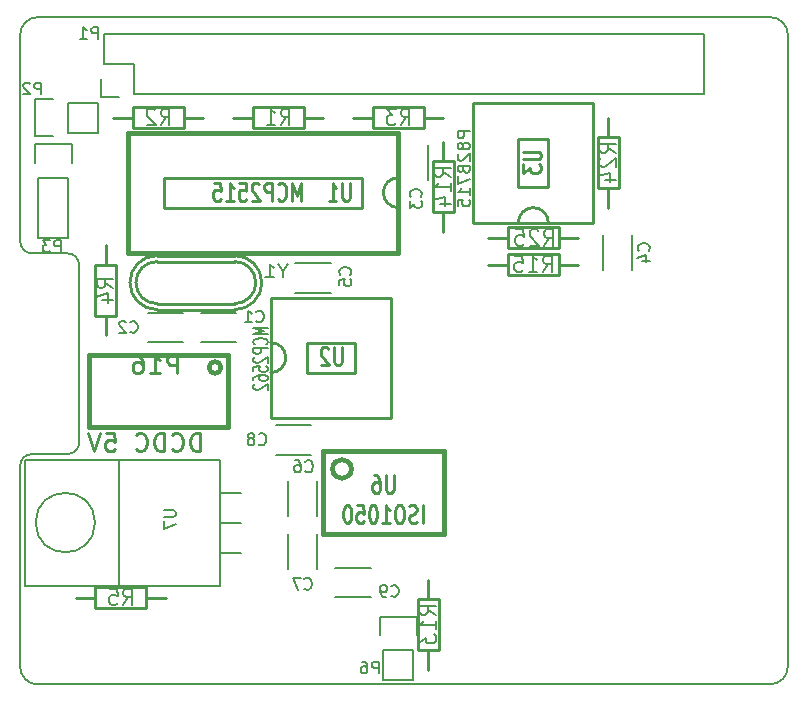
<source format=gbo>
%TF.GenerationSoftware,KiCad,Pcbnew,5.1.10-88a1d61d58~88~ubuntu20.04.1*%
%TF.CreationDate,2021-05-27T11:01:54+02:00*%
%TF.ProjectId,RPi-MCP2515,5250692d-4d43-4503-9235-31352e6b6963,rev?*%
%TF.SameCoordinates,Original*%
%TF.FileFunction,Legend,Bot*%
%TF.FilePolarity,Positive*%
%FSLAX46Y46*%
G04 Gerber Fmt 4.6, Leading zero omitted, Abs format (unit mm)*
G04 Created by KiCad (PCBNEW 5.1.10-88a1d61d58~88~ubuntu20.04.1) date 2021-05-27 11:01:54*
%MOMM*%
%LPD*%
G01*
G04 APERTURE LIST*
%TA.AperFunction,Profile*%
%ADD10C,0.150000*%
%TD*%
%ADD11C,0.150000*%
%ADD12C,0.254000*%
%ADD13C,0.381000*%
%ADD14C,0.285750*%
%ADD15C,0.287020*%
%ADD16C,0.200000*%
%ADD17C,0.203200*%
%ADD18C,0.152400*%
%ADD19C,0.284480*%
G04 APERTURE END LIST*
D10*
X129500000Y-71500000D02*
X191500000Y-71500000D01*
X128000000Y-90500000D02*
X128000000Y-73000000D01*
X128000000Y-90500000D02*
G75*
G03*
X129000000Y-91500000I1000000J0D01*
G01*
X129000000Y-91500000D02*
X132000000Y-91500000D01*
X133000000Y-92500000D02*
G75*
G03*
X132000000Y-91500000I-1000000J0D01*
G01*
X133000000Y-107500000D02*
X133000000Y-92500000D01*
X128000000Y-126500000D02*
X128000000Y-109500000D01*
X129000000Y-108500000D02*
X132000000Y-108500000D01*
X132000000Y-108500000D02*
G75*
G03*
X133000000Y-107500000I0J1000000D01*
G01*
X129000000Y-108500000D02*
G75*
G03*
X128000000Y-109500000I0J-1000000D01*
G01*
X191500000Y-128000000D02*
X129500000Y-128000000D01*
X193000000Y-73000000D02*
X193000000Y-126500000D01*
X129500000Y-71500000D02*
G75*
G03*
X128000000Y-73000000I0J-1500000D01*
G01*
X128000000Y-126500000D02*
G75*
G03*
X129500000Y-128000000I1500000J0D01*
G01*
X191500000Y-128000000D02*
G75*
G03*
X193000000Y-126500000I0J1500000D01*
G01*
X193000000Y-73000000D02*
G75*
G03*
X191500000Y-71500000I-1500000J0D01*
G01*
D11*
%TO.C,P1*%
X185902600Y-72948800D02*
X135102600Y-72948800D01*
X137642600Y-78028800D02*
X185902600Y-78028800D01*
X185902600Y-72948800D02*
X185902600Y-78028800D01*
X135102600Y-72948800D02*
X135102600Y-75488800D01*
X136372600Y-78308800D02*
X134822600Y-78308800D01*
X135102600Y-75488800D02*
X137642600Y-75488800D01*
X137642600Y-75488800D02*
X137642600Y-78028800D01*
X134822600Y-78308800D02*
X134822600Y-76758800D01*
D12*
%TO.C,U2*%
X156337000Y-99060000D02*
X152273000Y-99060000D01*
X152273000Y-101600000D02*
X156337000Y-101600000D01*
X159385000Y-95250000D02*
X149225000Y-95250000D01*
X159385000Y-105410000D02*
X149225000Y-105410000D01*
X152273000Y-101600000D02*
X152273000Y-99060000D01*
X156337000Y-99060000D02*
X156337000Y-101600000D01*
X159385000Y-105410000D02*
X159385000Y-95250000D01*
X149225000Y-95250000D02*
X149225000Y-105410000D01*
X150495000Y-100330000D02*
G75*
G02*
X149225000Y-101600000I-1270000J0D01*
G01*
X149225000Y-99060000D02*
G75*
G02*
X150495000Y-100330000I0J-1270000D01*
G01*
D11*
%TO.C,C3*%
X160040000Y-82300000D02*
X160040000Y-85300000D01*
X162540000Y-85300000D02*
X162540000Y-82300000D01*
D12*
%TO.C,R1*%
X152019000Y-80010000D02*
X153670000Y-80010000D01*
X147701000Y-80010000D02*
X146050000Y-80010000D01*
X147701000Y-80899000D02*
X147701000Y-79121000D01*
X147701000Y-79121000D02*
X152019000Y-79121000D01*
X152019000Y-79121000D02*
X152019000Y-80899000D01*
X152019000Y-80899000D02*
X147701000Y-80899000D01*
D11*
%TO.C,C1*%
X146300000Y-96540000D02*
X143300000Y-96540000D01*
X143300000Y-99040000D02*
X146300000Y-99040000D01*
%TO.C,C2*%
X138815000Y-99040000D02*
X141815000Y-99040000D01*
X141815000Y-96540000D02*
X138815000Y-96540000D01*
%TO.C,C4*%
X177312000Y-89920000D02*
X177312000Y-92920000D01*
X179812000Y-92920000D02*
X179812000Y-89920000D01*
D12*
%TO.C,R3*%
X157861000Y-80010000D02*
X156210000Y-80010000D01*
X162179000Y-80010000D02*
X163830000Y-80010000D01*
X162179000Y-79121000D02*
X162179000Y-80899000D01*
X162179000Y-80899000D02*
X157861000Y-80899000D01*
X157861000Y-80899000D02*
X157861000Y-79121000D01*
X157861000Y-79121000D02*
X162179000Y-79121000D01*
%TO.C,R4*%
X135255000Y-96774000D02*
X135255000Y-98425000D01*
X135255000Y-92456000D02*
X135255000Y-90805000D01*
X134366000Y-92456000D02*
X136144000Y-92456000D01*
X136144000Y-92456000D02*
X136144000Y-96774000D01*
X136144000Y-96774000D02*
X134366000Y-96774000D01*
X134366000Y-96774000D02*
X134366000Y-92456000D01*
D11*
%TO.C,C5*%
X154301000Y-92323600D02*
X151301000Y-92323600D01*
X151301000Y-94823600D02*
X154301000Y-94823600D01*
D12*
%TO.C,R2*%
X141859000Y-80010000D02*
X143510000Y-80010000D01*
X137541000Y-80010000D02*
X135890000Y-80010000D01*
X137541000Y-80899000D02*
X137541000Y-79121000D01*
X137541000Y-79121000D02*
X141859000Y-79121000D01*
X141859000Y-79121000D02*
X141859000Y-80899000D01*
X141859000Y-80899000D02*
X137541000Y-80899000D01*
D11*
%TO.C,C6*%
X150642000Y-110748000D02*
X150642000Y-113748000D01*
X153142000Y-113748000D02*
X153142000Y-110748000D01*
%TO.C,C7*%
X153142000Y-118233000D02*
X153142000Y-115233000D01*
X150642000Y-115233000D02*
X150642000Y-118233000D01*
%TO.C,P6*%
X158750000Y-125095000D02*
X158750000Y-127635000D01*
X158470000Y-122275000D02*
X158470000Y-123825000D01*
X158750000Y-125095000D02*
X161290000Y-125095000D01*
X161570000Y-123825000D02*
X161570000Y-122275000D01*
X161570000Y-122275000D02*
X158470000Y-122275000D01*
X161290000Y-125095000D02*
X161290000Y-127635000D01*
X161290000Y-127635000D02*
X158750000Y-127635000D01*
D12*
%TO.C,R5*%
X138684000Y-120650000D02*
X140335000Y-120650000D01*
X134366000Y-120650000D02*
X132715000Y-120650000D01*
X134366000Y-121539000D02*
X134366000Y-119761000D01*
X134366000Y-119761000D02*
X138684000Y-119761000D01*
X138684000Y-119761000D02*
X138684000Y-121539000D01*
X138684000Y-121539000D02*
X134366000Y-121539000D01*
D11*
%TO.C,U7*%
X134340472Y-114300000D02*
G75*
G03*
X134340472Y-114300000I-2514472J0D01*
G01*
X144907000Y-111760000D02*
X146685000Y-111760000D01*
X144907000Y-114300000D02*
X146685000Y-114300000D01*
X144907000Y-116840000D02*
X146685000Y-116840000D01*
X136398000Y-119634000D02*
X128397000Y-119634000D01*
X128397000Y-119634000D02*
X128397000Y-108966000D01*
X128397000Y-108966000D02*
X136398000Y-108966000D01*
X144907000Y-119634000D02*
X136398000Y-119634000D01*
X136398000Y-119634000D02*
X136398000Y-108966000D01*
X136398000Y-108966000D02*
X144907000Y-108966000D01*
X144907000Y-114300000D02*
X144907000Y-108966000D01*
X144907000Y-114300000D02*
X144907000Y-119634000D01*
D13*
%TO.C,U6*%
X156050000Y-109760000D02*
G75*
G03*
X156050000Y-109760000I-800000J0D01*
G01*
X153650000Y-115260000D02*
X153650000Y-108260000D01*
X153650000Y-108260000D02*
X163850000Y-108260000D01*
X163850000Y-108260000D02*
X163850000Y-115260000D01*
X163850000Y-115260000D02*
X153650000Y-115260000D01*
D12*
%TO.C,Y1*%
X146177000Y-95758000D02*
X139573000Y-95758000D01*
X139573000Y-92202000D02*
X146177000Y-92202000D01*
X139573000Y-96266000D02*
X146177000Y-96266000D01*
X146177000Y-91694000D02*
X139573000Y-91694000D01*
X137287000Y-93980000D02*
G75*
G02*
X139573000Y-91694000I2286000J0D01*
G01*
X139573000Y-95758000D02*
G75*
G02*
X137795000Y-93980000I0J1778000D01*
G01*
X137795000Y-93980000D02*
G75*
G02*
X139573000Y-92202000I1778000J0D01*
G01*
X147955000Y-93980000D02*
G75*
G02*
X146177000Y-95758000I-1778000J0D01*
G01*
X146177000Y-92202000D02*
G75*
G02*
X147955000Y-93980000I0J-1778000D01*
G01*
X139573000Y-96266000D02*
G75*
G02*
X137287000Y-93980000I0J2286000D01*
G01*
X148463000Y-93980000D02*
G75*
G02*
X146177000Y-96266000I-2286000J0D01*
G01*
X146177000Y-91694000D02*
G75*
G02*
X148463000Y-93980000I0J-2286000D01*
G01*
%TO.C,U1*%
X140208000Y-87630000D02*
X156972000Y-87630000D01*
X156972000Y-85090000D02*
X140208000Y-85090000D01*
D13*
X137160000Y-91440000D02*
X160020000Y-91440000D01*
X160020000Y-81280000D02*
X137160000Y-81280000D01*
D12*
X156972000Y-85090000D02*
X156972000Y-87630000D01*
X140208000Y-87630000D02*
X140208000Y-85090000D01*
D13*
X137160000Y-81280000D02*
X137160000Y-91440000D01*
X160020000Y-91440000D02*
X160020000Y-81280000D01*
D12*
X158750000Y-86360000D02*
G75*
G02*
X160020000Y-85090000I1270000J0D01*
G01*
X160020000Y-87630000D02*
G75*
G02*
X158750000Y-86360000I0J1270000D01*
G01*
%TO.C,R13*%
X162560000Y-120777000D02*
X162560000Y-119126000D01*
X162560000Y-125095000D02*
X162560000Y-126746000D01*
X163449000Y-125095000D02*
X161671000Y-125095000D01*
X161671000Y-125095000D02*
X161671000Y-120777000D01*
X161671000Y-120777000D02*
X163449000Y-120777000D01*
X163449000Y-120777000D02*
X163449000Y-125095000D01*
%TO.C,R14*%
X163830000Y-88011000D02*
X163830000Y-89662000D01*
X163830000Y-83693000D02*
X163830000Y-82042000D01*
X162941000Y-83693000D02*
X164719000Y-83693000D01*
X164719000Y-83693000D02*
X164719000Y-88011000D01*
X164719000Y-88011000D02*
X162941000Y-88011000D01*
X162941000Y-88011000D02*
X162941000Y-83693000D01*
%TO.C,R15*%
X169291000Y-92456000D02*
X167640000Y-92456000D01*
X173609000Y-92456000D02*
X175260000Y-92456000D01*
X173609000Y-91567000D02*
X173609000Y-93345000D01*
X173609000Y-93345000D02*
X169291000Y-93345000D01*
X169291000Y-93345000D02*
X169291000Y-91567000D01*
X169291000Y-91567000D02*
X173609000Y-91567000D01*
%TO.C,R24*%
X177800000Y-81661000D02*
X177800000Y-80010000D01*
X177800000Y-85979000D02*
X177800000Y-87630000D01*
X178689000Y-85979000D02*
X176911000Y-85979000D01*
X176911000Y-85979000D02*
X176911000Y-81661000D01*
X176911000Y-81661000D02*
X178689000Y-81661000D01*
X178689000Y-81661000D02*
X178689000Y-85979000D01*
%TO.C,R25*%
X169291000Y-90170000D02*
X167640000Y-90170000D01*
X173609000Y-90170000D02*
X175260000Y-90170000D01*
X173609000Y-89281000D02*
X173609000Y-91059000D01*
X173609000Y-91059000D02*
X169291000Y-91059000D01*
X169291000Y-91059000D02*
X169291000Y-89281000D01*
X169291000Y-89281000D02*
X173609000Y-89281000D01*
D11*
%TO.C,P2*%
X132080000Y-81280000D02*
X134620000Y-81280000D01*
X129260000Y-81560000D02*
X130810000Y-81560000D01*
X132080000Y-81280000D02*
X132080000Y-78740000D01*
X130810000Y-78460000D02*
X129260000Y-78460000D01*
X129260000Y-78460000D02*
X129260000Y-81560000D01*
X132080000Y-78740000D02*
X134620000Y-78740000D01*
X134620000Y-78740000D02*
X134620000Y-81280000D01*
%TO.C,C8*%
X152650000Y-106065000D02*
X149650000Y-106065000D01*
X149650000Y-108565000D02*
X152650000Y-108565000D01*
%TO.C,C9*%
X154690000Y-120630000D02*
X157690000Y-120630000D01*
X157690000Y-118130000D02*
X154690000Y-118130000D01*
D13*
%TO.C,P16*%
X133799580Y-106174540D02*
X145600420Y-106174540D01*
X145600420Y-100076000D02*
X133799580Y-100076000D01*
X133799580Y-106174540D02*
X133799580Y-100076000D01*
X145600420Y-100076000D02*
X145600420Y-106174540D01*
X144999456Y-101178360D02*
G75*
G03*
X144999456Y-101178360I-498856J0D01*
G01*
D11*
%TO.C,P3*%
X132080000Y-85090000D02*
X132080000Y-90170000D01*
X132080000Y-90170000D02*
X129540000Y-90170000D01*
X129540000Y-90170000D02*
X129540000Y-85090000D01*
X129260000Y-82270000D02*
X129260000Y-83820000D01*
X129540000Y-85090000D02*
X132080000Y-85090000D01*
X132360000Y-83820000D02*
X132360000Y-82270000D01*
X132360000Y-82270000D02*
X129260000Y-82270000D01*
D12*
%TO.C,U3*%
X170180000Y-81788000D02*
X170180000Y-85852000D01*
X172720000Y-85852000D02*
X172720000Y-81788000D01*
X166370000Y-78740000D02*
X166370000Y-88900000D01*
X176530000Y-78740000D02*
X176530000Y-88900000D01*
X172720000Y-85852000D02*
X170180000Y-85852000D01*
X170180000Y-81788000D02*
X172720000Y-81788000D01*
X176530000Y-78740000D02*
X166370000Y-78740000D01*
X166370000Y-88900000D02*
X176530000Y-88900000D01*
X171450000Y-87630000D02*
G75*
G02*
X172720000Y-88900000I0J-1270000D01*
G01*
X170180000Y-88900000D02*
G75*
G02*
X171450000Y-87630000I1270000J0D01*
G01*
%TD*%
%TO.C,P1*%
D11*
X134596095Y-73350380D02*
X134596095Y-72350380D01*
X134215142Y-72350380D01*
X134119904Y-72398000D01*
X134072285Y-72445619D01*
X134024666Y-72540857D01*
X134024666Y-72683714D01*
X134072285Y-72778952D01*
X134119904Y-72826571D01*
X134215142Y-72874190D01*
X134596095Y-72874190D01*
X133072285Y-73350380D02*
X133643714Y-73350380D01*
X133358000Y-73350380D02*
X133358000Y-72350380D01*
X133453238Y-72493238D01*
X133548476Y-72588476D01*
X133643714Y-72636095D01*
%TO.C,U2*%
D14*
X155239357Y-99431928D02*
X155239357Y-100665642D01*
X155184928Y-100810785D01*
X155130500Y-100883357D01*
X155021642Y-100955928D01*
X154803928Y-100955928D01*
X154695071Y-100883357D01*
X154640642Y-100810785D01*
X154586214Y-100665642D01*
X154586214Y-99431928D01*
X154096357Y-99577071D02*
X154041928Y-99504500D01*
X153933071Y-99431928D01*
X153660928Y-99431928D01*
X153552071Y-99504500D01*
X153497642Y-99577071D01*
X153443214Y-99722214D01*
X153443214Y-99867357D01*
X153497642Y-100085071D01*
X154150785Y-100955928D01*
X153443214Y-100955928D01*
D15*
D16*
X148955057Y-97828423D02*
X147755057Y-97828423D01*
X148612200Y-98095090D01*
X147755057Y-98361757D01*
X148955057Y-98361757D01*
X148840771Y-99199852D02*
X148897914Y-99161757D01*
X148955057Y-99047471D01*
X148955057Y-98971280D01*
X148897914Y-98856995D01*
X148783628Y-98780804D01*
X148669342Y-98742709D01*
X148440771Y-98704614D01*
X148269342Y-98704614D01*
X148040771Y-98742709D01*
X147926485Y-98780804D01*
X147812200Y-98856995D01*
X147755057Y-98971280D01*
X147755057Y-99047471D01*
X147812200Y-99161757D01*
X147869342Y-99199852D01*
X148955057Y-99542709D02*
X147755057Y-99542709D01*
X147755057Y-99847471D01*
X147812200Y-99923661D01*
X147869342Y-99961757D01*
X147983628Y-99999852D01*
X148155057Y-99999852D01*
X148269342Y-99961757D01*
X148326485Y-99923661D01*
X148383628Y-99847471D01*
X148383628Y-99542709D01*
X147869342Y-100304614D02*
X147812200Y-100342709D01*
X147755057Y-100418900D01*
X147755057Y-100609376D01*
X147812200Y-100685566D01*
X147869342Y-100723661D01*
X147983628Y-100761757D01*
X148097914Y-100761757D01*
X148269342Y-100723661D01*
X148955057Y-100266519D01*
X148955057Y-100761757D01*
X147755057Y-101485566D02*
X147755057Y-101104614D01*
X148326485Y-101066519D01*
X148269342Y-101104614D01*
X148212200Y-101180804D01*
X148212200Y-101371280D01*
X148269342Y-101447471D01*
X148326485Y-101485566D01*
X148440771Y-101523661D01*
X148726485Y-101523661D01*
X148840771Y-101485566D01*
X148897914Y-101447471D01*
X148955057Y-101371280D01*
X148955057Y-101180804D01*
X148897914Y-101104614D01*
X148840771Y-101066519D01*
X147755057Y-102209376D02*
X147755057Y-102056995D01*
X147812200Y-101980804D01*
X147869342Y-101942709D01*
X148040771Y-101866519D01*
X148269342Y-101828423D01*
X148726485Y-101828423D01*
X148840771Y-101866519D01*
X148897914Y-101904614D01*
X148955057Y-101980804D01*
X148955057Y-102133185D01*
X148897914Y-102209376D01*
X148840771Y-102247471D01*
X148726485Y-102285566D01*
X148440771Y-102285566D01*
X148326485Y-102247471D01*
X148269342Y-102209376D01*
X148212200Y-102133185D01*
X148212200Y-101980804D01*
X148269342Y-101904614D01*
X148326485Y-101866519D01*
X148440771Y-101828423D01*
X147869342Y-102590328D02*
X147812200Y-102628423D01*
X147755057Y-102704614D01*
X147755057Y-102895090D01*
X147812200Y-102971280D01*
X147869342Y-103009376D01*
X147983628Y-103047471D01*
X148097914Y-103047471D01*
X148269342Y-103009376D01*
X148955057Y-102552233D01*
X148955057Y-103047471D01*
%TO.C,C3*%
D11*
X161901142Y-86701333D02*
X161948761Y-86653714D01*
X161996380Y-86510857D01*
X161996380Y-86415619D01*
X161948761Y-86272761D01*
X161853523Y-86177523D01*
X161758285Y-86129904D01*
X161567809Y-86082285D01*
X161424952Y-86082285D01*
X161234476Y-86129904D01*
X161139238Y-86177523D01*
X161044000Y-86272761D01*
X160996380Y-86415619D01*
X160996380Y-86510857D01*
X161044000Y-86653714D01*
X161091619Y-86701333D01*
X160996380Y-87034666D02*
X160996380Y-87653714D01*
X161377333Y-87320380D01*
X161377333Y-87463238D01*
X161424952Y-87558476D01*
X161472571Y-87606095D01*
X161567809Y-87653714D01*
X161805904Y-87653714D01*
X161901142Y-87606095D01*
X161948761Y-87558476D01*
X161996380Y-87463238D01*
X161996380Y-87177523D01*
X161948761Y-87082285D01*
X161901142Y-87034666D01*
%TO.C,R1*%
D17*
X150071666Y-80641976D02*
X150495000Y-79976738D01*
X150797380Y-80641976D02*
X150797380Y-79244976D01*
X150313571Y-79244976D01*
X150192619Y-79311500D01*
X150132142Y-79378023D01*
X150071666Y-79511071D01*
X150071666Y-79710642D01*
X150132142Y-79843690D01*
X150192619Y-79910214D01*
X150313571Y-79976738D01*
X150797380Y-79976738D01*
X148862142Y-80641976D02*
X149587857Y-80641976D01*
X149225000Y-80641976D02*
X149225000Y-79244976D01*
X149345952Y-79444547D01*
X149466904Y-79577595D01*
X149587857Y-79644119D01*
%TO.C,C1*%
D11*
X147994666Y-97258142D02*
X148042285Y-97305761D01*
X148185142Y-97353380D01*
X148280380Y-97353380D01*
X148423238Y-97305761D01*
X148518476Y-97210523D01*
X148566095Y-97115285D01*
X148613714Y-96924809D01*
X148613714Y-96781952D01*
X148566095Y-96591476D01*
X148518476Y-96496238D01*
X148423238Y-96401000D01*
X148280380Y-96353380D01*
X148185142Y-96353380D01*
X148042285Y-96401000D01*
X147994666Y-96448619D01*
X147042285Y-97353380D02*
X147613714Y-97353380D01*
X147328000Y-97353380D02*
X147328000Y-96353380D01*
X147423238Y-96496238D01*
X147518476Y-96591476D01*
X147613714Y-96639095D01*
%TO.C,C2*%
X137326666Y-98147142D02*
X137374285Y-98194761D01*
X137517142Y-98242380D01*
X137612380Y-98242380D01*
X137755238Y-98194761D01*
X137850476Y-98099523D01*
X137898095Y-98004285D01*
X137945714Y-97813809D01*
X137945714Y-97670952D01*
X137898095Y-97480476D01*
X137850476Y-97385238D01*
X137755238Y-97290000D01*
X137612380Y-97242380D01*
X137517142Y-97242380D01*
X137374285Y-97290000D01*
X137326666Y-97337619D01*
X136945714Y-97337619D02*
X136898095Y-97290000D01*
X136802857Y-97242380D01*
X136564761Y-97242380D01*
X136469523Y-97290000D01*
X136421904Y-97337619D01*
X136374285Y-97432857D01*
X136374285Y-97528095D01*
X136421904Y-97670952D01*
X136993333Y-98242380D01*
X136374285Y-98242380D01*
%TO.C,C4*%
X181205142Y-91273333D02*
X181252761Y-91225714D01*
X181300380Y-91082857D01*
X181300380Y-90987619D01*
X181252761Y-90844761D01*
X181157523Y-90749523D01*
X181062285Y-90701904D01*
X180871809Y-90654285D01*
X180728952Y-90654285D01*
X180538476Y-90701904D01*
X180443238Y-90749523D01*
X180348000Y-90844761D01*
X180300380Y-90987619D01*
X180300380Y-91082857D01*
X180348000Y-91225714D01*
X180395619Y-91273333D01*
X180633714Y-92130476D02*
X181300380Y-92130476D01*
X180252761Y-91892380D02*
X180967047Y-91654285D01*
X180967047Y-92273333D01*
%TO.C,R3*%
D17*
X160231666Y-80641976D02*
X160655000Y-79976738D01*
X160957380Y-80641976D02*
X160957380Y-79244976D01*
X160473571Y-79244976D01*
X160352619Y-79311500D01*
X160292142Y-79378023D01*
X160231666Y-79511071D01*
X160231666Y-79710642D01*
X160292142Y-79843690D01*
X160352619Y-79910214D01*
X160473571Y-79976738D01*
X160957380Y-79976738D01*
X159808333Y-79244976D02*
X159022142Y-79244976D01*
X159445476Y-79777166D01*
X159264047Y-79777166D01*
X159143095Y-79843690D01*
X159082619Y-79910214D01*
X159022142Y-80043261D01*
X159022142Y-80375880D01*
X159082619Y-80508928D01*
X159143095Y-80575452D01*
X159264047Y-80641976D01*
X159626904Y-80641976D01*
X159747857Y-80575452D01*
X159808333Y-80508928D01*
%TO.C,R4*%
X135886976Y-94403333D02*
X135221738Y-93980000D01*
X135886976Y-93677619D02*
X134489976Y-93677619D01*
X134489976Y-94161428D01*
X134556500Y-94282380D01*
X134623023Y-94342857D01*
X134756071Y-94403333D01*
X134955642Y-94403333D01*
X135088690Y-94342857D01*
X135155214Y-94282380D01*
X135221738Y-94161428D01*
X135221738Y-93677619D01*
X134955642Y-95491904D02*
X135886976Y-95491904D01*
X134423452Y-95189523D02*
X135421309Y-94887142D01*
X135421309Y-95673333D01*
%TO.C,C5*%
D11*
X155932142Y-93305333D02*
X155979761Y-93257714D01*
X156027380Y-93114857D01*
X156027380Y-93019619D01*
X155979761Y-92876761D01*
X155884523Y-92781523D01*
X155789285Y-92733904D01*
X155598809Y-92686285D01*
X155455952Y-92686285D01*
X155265476Y-92733904D01*
X155170238Y-92781523D01*
X155075000Y-92876761D01*
X155027380Y-93019619D01*
X155027380Y-93114857D01*
X155075000Y-93257714D01*
X155122619Y-93305333D01*
X155027380Y-94210095D02*
X155027380Y-93733904D01*
X155503571Y-93686285D01*
X155455952Y-93733904D01*
X155408333Y-93829142D01*
X155408333Y-94067238D01*
X155455952Y-94162476D01*
X155503571Y-94210095D01*
X155598809Y-94257714D01*
X155836904Y-94257714D01*
X155932142Y-94210095D01*
X155979761Y-94162476D01*
X156027380Y-94067238D01*
X156027380Y-93829142D01*
X155979761Y-93733904D01*
X155932142Y-93686285D01*
%TO.C,R2*%
D17*
X139911666Y-80641976D02*
X140335000Y-79976738D01*
X140637380Y-80641976D02*
X140637380Y-79244976D01*
X140153571Y-79244976D01*
X140032619Y-79311500D01*
X139972142Y-79378023D01*
X139911666Y-79511071D01*
X139911666Y-79710642D01*
X139972142Y-79843690D01*
X140032619Y-79910214D01*
X140153571Y-79976738D01*
X140637380Y-79976738D01*
X139427857Y-79378023D02*
X139367380Y-79311500D01*
X139246428Y-79244976D01*
X138944047Y-79244976D01*
X138823095Y-79311500D01*
X138762619Y-79378023D01*
X138702142Y-79511071D01*
X138702142Y-79644119D01*
X138762619Y-79843690D01*
X139488333Y-80641976D01*
X138702142Y-80641976D01*
%TO.C,C6*%
D11*
X152160266Y-109945442D02*
X152207885Y-109993061D01*
X152350742Y-110040680D01*
X152445980Y-110040680D01*
X152588838Y-109993061D01*
X152684076Y-109897823D01*
X152731695Y-109802585D01*
X152779314Y-109612109D01*
X152779314Y-109469252D01*
X152731695Y-109278776D01*
X152684076Y-109183538D01*
X152588838Y-109088300D01*
X152445980Y-109040680D01*
X152350742Y-109040680D01*
X152207885Y-109088300D01*
X152160266Y-109135919D01*
X151303123Y-109040680D02*
X151493600Y-109040680D01*
X151588838Y-109088300D01*
X151636457Y-109135919D01*
X151731695Y-109278776D01*
X151779314Y-109469252D01*
X151779314Y-109850204D01*
X151731695Y-109945442D01*
X151684076Y-109993061D01*
X151588838Y-110040680D01*
X151398361Y-110040680D01*
X151303123Y-109993061D01*
X151255504Y-109945442D01*
X151207885Y-109850204D01*
X151207885Y-109612109D01*
X151255504Y-109516871D01*
X151303123Y-109469252D01*
X151398361Y-109421633D01*
X151588838Y-109421633D01*
X151684076Y-109469252D01*
X151731695Y-109516871D01*
X151779314Y-109612109D01*
%TO.C,C7*%
X152071366Y-119889542D02*
X152118985Y-119937161D01*
X152261842Y-119984780D01*
X152357080Y-119984780D01*
X152499938Y-119937161D01*
X152595176Y-119841923D01*
X152642795Y-119746685D01*
X152690414Y-119556209D01*
X152690414Y-119413352D01*
X152642795Y-119222876D01*
X152595176Y-119127638D01*
X152499938Y-119032400D01*
X152357080Y-118984780D01*
X152261842Y-118984780D01*
X152118985Y-119032400D01*
X152071366Y-119080019D01*
X151738033Y-118984780D02*
X151071366Y-118984780D01*
X151499938Y-119984780D01*
%TO.C,P6*%
X158345095Y-127071380D02*
X158345095Y-126071380D01*
X157964142Y-126071380D01*
X157868904Y-126119000D01*
X157821285Y-126166619D01*
X157773666Y-126261857D01*
X157773666Y-126404714D01*
X157821285Y-126499952D01*
X157868904Y-126547571D01*
X157964142Y-126595190D01*
X158345095Y-126595190D01*
X156916523Y-126071380D02*
X157107000Y-126071380D01*
X157202238Y-126119000D01*
X157249857Y-126166619D01*
X157345095Y-126309476D01*
X157392714Y-126499952D01*
X157392714Y-126880904D01*
X157345095Y-126976142D01*
X157297476Y-127023761D01*
X157202238Y-127071380D01*
X157011761Y-127071380D01*
X156916523Y-127023761D01*
X156868904Y-126976142D01*
X156821285Y-126880904D01*
X156821285Y-126642809D01*
X156868904Y-126547571D01*
X156916523Y-126499952D01*
X157011761Y-126452333D01*
X157202238Y-126452333D01*
X157297476Y-126499952D01*
X157345095Y-126547571D01*
X157392714Y-126642809D01*
%TO.C,R5*%
D17*
X136736666Y-121281976D02*
X137160000Y-120616738D01*
X137462380Y-121281976D02*
X137462380Y-119884976D01*
X136978571Y-119884976D01*
X136857619Y-119951500D01*
X136797142Y-120018023D01*
X136736666Y-120151071D01*
X136736666Y-120350642D01*
X136797142Y-120483690D01*
X136857619Y-120550214D01*
X136978571Y-120616738D01*
X137462380Y-120616738D01*
X135587619Y-119884976D02*
X136192380Y-119884976D01*
X136252857Y-120550214D01*
X136192380Y-120483690D01*
X136071428Y-120417166D01*
X135769047Y-120417166D01*
X135648095Y-120483690D01*
X135587619Y-120550214D01*
X135527142Y-120683261D01*
X135527142Y-121015880D01*
X135587619Y-121148928D01*
X135648095Y-121215452D01*
X135769047Y-121281976D01*
X136071428Y-121281976D01*
X136192380Y-121215452D01*
X136252857Y-121148928D01*
%TO.C,U7*%
D11*
X140166580Y-113257095D02*
X140976104Y-113257095D01*
X141071342Y-113304714D01*
X141118961Y-113352333D01*
X141166580Y-113447571D01*
X141166580Y-113638047D01*
X141118961Y-113733285D01*
X141071342Y-113780904D01*
X140976104Y-113828523D01*
X140166580Y-113828523D01*
X140166580Y-114209476D02*
X140166580Y-114876142D01*
X141166580Y-114447571D01*
%TO.C,U6*%
D14*
X159620857Y-110290428D02*
X159620857Y-111524142D01*
X159566428Y-111669285D01*
X159512000Y-111741857D01*
X159403142Y-111814428D01*
X159185428Y-111814428D01*
X159076571Y-111741857D01*
X159022142Y-111669285D01*
X158967714Y-111524142D01*
X158967714Y-110290428D01*
X157933571Y-110290428D02*
X158151285Y-110290428D01*
X158260142Y-110363000D01*
X158314571Y-110435571D01*
X158423428Y-110653285D01*
X158477857Y-110943571D01*
X158477857Y-111524142D01*
X158423428Y-111669285D01*
X158369000Y-111741857D01*
X158260142Y-111814428D01*
X158042428Y-111814428D01*
X157933571Y-111741857D01*
X157879142Y-111669285D01*
X157824714Y-111524142D01*
X157824714Y-111161285D01*
X157879142Y-111016142D01*
X157933571Y-110943571D01*
X158042428Y-110871000D01*
X158260142Y-110871000D01*
X158369000Y-110943571D01*
X158423428Y-111016142D01*
X158477857Y-111161285D01*
D15*
D14*
X162070142Y-114354428D02*
X162070142Y-112830428D01*
X161580285Y-114281857D02*
X161417000Y-114354428D01*
X161144857Y-114354428D01*
X161036000Y-114281857D01*
X160981571Y-114209285D01*
X160927142Y-114064142D01*
X160927142Y-113919000D01*
X160981571Y-113773857D01*
X161036000Y-113701285D01*
X161144857Y-113628714D01*
X161362571Y-113556142D01*
X161471428Y-113483571D01*
X161525857Y-113411000D01*
X161580285Y-113265857D01*
X161580285Y-113120714D01*
X161525857Y-112975571D01*
X161471428Y-112903000D01*
X161362571Y-112830428D01*
X161090428Y-112830428D01*
X160927142Y-112903000D01*
X160219571Y-112830428D02*
X160001857Y-112830428D01*
X159893000Y-112903000D01*
X159784142Y-113048142D01*
X159729714Y-113338428D01*
X159729714Y-113846428D01*
X159784142Y-114136714D01*
X159893000Y-114281857D01*
X160001857Y-114354428D01*
X160219571Y-114354428D01*
X160328428Y-114281857D01*
X160437285Y-114136714D01*
X160491714Y-113846428D01*
X160491714Y-113338428D01*
X160437285Y-113048142D01*
X160328428Y-112903000D01*
X160219571Y-112830428D01*
X158641142Y-114354428D02*
X159294285Y-114354428D01*
X158967714Y-114354428D02*
X158967714Y-112830428D01*
X159076571Y-113048142D01*
X159185428Y-113193285D01*
X159294285Y-113265857D01*
X157933571Y-112830428D02*
X157824714Y-112830428D01*
X157715857Y-112903000D01*
X157661428Y-112975571D01*
X157607000Y-113120714D01*
X157552571Y-113411000D01*
X157552571Y-113773857D01*
X157607000Y-114064142D01*
X157661428Y-114209285D01*
X157715857Y-114281857D01*
X157824714Y-114354428D01*
X157933571Y-114354428D01*
X158042428Y-114281857D01*
X158096857Y-114209285D01*
X158151285Y-114064142D01*
X158205714Y-113773857D01*
X158205714Y-113411000D01*
X158151285Y-113120714D01*
X158096857Y-112975571D01*
X158042428Y-112903000D01*
X157933571Y-112830428D01*
X156518428Y-112830428D02*
X157062714Y-112830428D01*
X157117142Y-113556142D01*
X157062714Y-113483571D01*
X156953857Y-113411000D01*
X156681714Y-113411000D01*
X156572857Y-113483571D01*
X156518428Y-113556142D01*
X156464000Y-113701285D01*
X156464000Y-114064142D01*
X156518428Y-114209285D01*
X156572857Y-114281857D01*
X156681714Y-114354428D01*
X156953857Y-114354428D01*
X157062714Y-114281857D01*
X157117142Y-114209285D01*
X155756428Y-112830428D02*
X155647571Y-112830428D01*
X155538714Y-112903000D01*
X155484285Y-112975571D01*
X155429857Y-113120714D01*
X155375428Y-113411000D01*
X155375428Y-113773857D01*
X155429857Y-114064142D01*
X155484285Y-114209285D01*
X155538714Y-114281857D01*
X155647571Y-114354428D01*
X155756428Y-114354428D01*
X155865285Y-114281857D01*
X155919714Y-114209285D01*
X155974142Y-114064142D01*
X156028571Y-113773857D01*
X156028571Y-113411000D01*
X155974142Y-113120714D01*
X155919714Y-112975571D01*
X155865285Y-112903000D01*
X155756428Y-112830428D01*
%TO.C,Y1*%
D18*
X150274961Y-92985385D02*
X150274961Y-93529671D01*
X150698295Y-92386671D02*
X150274961Y-92985385D01*
X149851628Y-92386671D01*
X148763057Y-93529671D02*
X149488771Y-93529671D01*
X149125914Y-93529671D02*
X149125914Y-92386671D01*
X149246866Y-92549957D01*
X149367819Y-92658814D01*
X149488771Y-92713242D01*
%TO.C,U1*%
D14*
X155924857Y-85546828D02*
X155924857Y-86780542D01*
X155870428Y-86925685D01*
X155816000Y-86998257D01*
X155707142Y-87070828D01*
X155489428Y-87070828D01*
X155380571Y-86998257D01*
X155326142Y-86925685D01*
X155271714Y-86780542D01*
X155271714Y-85546828D01*
X154128714Y-87070828D02*
X154781857Y-87070828D01*
X154455285Y-87070828D02*
X154455285Y-85546828D01*
X154564142Y-85764542D01*
X154673000Y-85909685D01*
X154781857Y-85982257D01*
D15*
D14*
X151783142Y-87049428D02*
X151783142Y-85525428D01*
X151402142Y-86614000D01*
X151021142Y-85525428D01*
X151021142Y-87049428D01*
X149823714Y-86904285D02*
X149878142Y-86976857D01*
X150041428Y-87049428D01*
X150150285Y-87049428D01*
X150313571Y-86976857D01*
X150422428Y-86831714D01*
X150476857Y-86686571D01*
X150531285Y-86396285D01*
X150531285Y-86178571D01*
X150476857Y-85888285D01*
X150422428Y-85743142D01*
X150313571Y-85598000D01*
X150150285Y-85525428D01*
X150041428Y-85525428D01*
X149878142Y-85598000D01*
X149823714Y-85670571D01*
X149333857Y-87049428D02*
X149333857Y-85525428D01*
X148898428Y-85525428D01*
X148789571Y-85598000D01*
X148735142Y-85670571D01*
X148680714Y-85815714D01*
X148680714Y-86033428D01*
X148735142Y-86178571D01*
X148789571Y-86251142D01*
X148898428Y-86323714D01*
X149333857Y-86323714D01*
X148245285Y-85670571D02*
X148190857Y-85598000D01*
X148082000Y-85525428D01*
X147809857Y-85525428D01*
X147701000Y-85598000D01*
X147646571Y-85670571D01*
X147592142Y-85815714D01*
X147592142Y-85960857D01*
X147646571Y-86178571D01*
X148299714Y-87049428D01*
X147592142Y-87049428D01*
X146558000Y-85525428D02*
X147102285Y-85525428D01*
X147156714Y-86251142D01*
X147102285Y-86178571D01*
X146993428Y-86106000D01*
X146721285Y-86106000D01*
X146612428Y-86178571D01*
X146558000Y-86251142D01*
X146503571Y-86396285D01*
X146503571Y-86759142D01*
X146558000Y-86904285D01*
X146612428Y-86976857D01*
X146721285Y-87049428D01*
X146993428Y-87049428D01*
X147102285Y-86976857D01*
X147156714Y-86904285D01*
X145415000Y-87049428D02*
X146068142Y-87049428D01*
X145741571Y-87049428D02*
X145741571Y-85525428D01*
X145850428Y-85743142D01*
X145959285Y-85888285D01*
X146068142Y-85960857D01*
X144380857Y-85525428D02*
X144925142Y-85525428D01*
X144979571Y-86251142D01*
X144925142Y-86178571D01*
X144816285Y-86106000D01*
X144544142Y-86106000D01*
X144435285Y-86178571D01*
X144380857Y-86251142D01*
X144326428Y-86396285D01*
X144326428Y-86759142D01*
X144380857Y-86904285D01*
X144435285Y-86976857D01*
X144544142Y-87049428D01*
X144816285Y-87049428D01*
X144925142Y-86976857D01*
X144979571Y-86904285D01*
D15*
%TO.C,R13*%
D17*
X163191976Y-122119571D02*
X162526738Y-121696238D01*
X163191976Y-121393857D02*
X161794976Y-121393857D01*
X161794976Y-121877666D01*
X161861500Y-121998619D01*
X161928023Y-122059095D01*
X162061071Y-122119571D01*
X162260642Y-122119571D01*
X162393690Y-122059095D01*
X162460214Y-121998619D01*
X162526738Y-121877666D01*
X162526738Y-121393857D01*
X163191976Y-123329095D02*
X163191976Y-122603380D01*
X163191976Y-122966238D02*
X161794976Y-122966238D01*
X161994547Y-122845285D01*
X162127595Y-122724333D01*
X162194119Y-122603380D01*
X161794976Y-123752428D02*
X161794976Y-124538619D01*
X162327166Y-124115285D01*
X162327166Y-124296714D01*
X162393690Y-124417666D01*
X162460214Y-124478142D01*
X162593261Y-124538619D01*
X162925880Y-124538619D01*
X163058928Y-124478142D01*
X163125452Y-124417666D01*
X163191976Y-124296714D01*
X163191976Y-123933857D01*
X163125452Y-123812904D01*
X163058928Y-123752428D01*
%TO.C,R14*%
X164461976Y-85035571D02*
X163796738Y-84612238D01*
X164461976Y-84309857D02*
X163064976Y-84309857D01*
X163064976Y-84793666D01*
X163131500Y-84914619D01*
X163198023Y-84975095D01*
X163331071Y-85035571D01*
X163530642Y-85035571D01*
X163663690Y-84975095D01*
X163730214Y-84914619D01*
X163796738Y-84793666D01*
X163796738Y-84309857D01*
X164461976Y-86245095D02*
X164461976Y-85519380D01*
X164461976Y-85882238D02*
X163064976Y-85882238D01*
X163264547Y-85761285D01*
X163397595Y-85640333D01*
X163464119Y-85519380D01*
X163530642Y-87333666D02*
X164461976Y-87333666D01*
X162998452Y-87031285D02*
X163996309Y-86728904D01*
X163996309Y-87515095D01*
%TO.C,R15*%
X172266428Y-93087976D02*
X172689761Y-92422738D01*
X172992142Y-93087976D02*
X172992142Y-91690976D01*
X172508333Y-91690976D01*
X172387380Y-91757500D01*
X172326904Y-91824023D01*
X172266428Y-91957071D01*
X172266428Y-92156642D01*
X172326904Y-92289690D01*
X172387380Y-92356214D01*
X172508333Y-92422738D01*
X172992142Y-92422738D01*
X171056904Y-93087976D02*
X171782619Y-93087976D01*
X171419761Y-93087976D02*
X171419761Y-91690976D01*
X171540714Y-91890547D01*
X171661666Y-92023595D01*
X171782619Y-92090119D01*
X169907857Y-91690976D02*
X170512619Y-91690976D01*
X170573095Y-92356214D01*
X170512619Y-92289690D01*
X170391666Y-92223166D01*
X170089285Y-92223166D01*
X169968333Y-92289690D01*
X169907857Y-92356214D01*
X169847380Y-92489261D01*
X169847380Y-92821880D01*
X169907857Y-92954928D01*
X169968333Y-93021452D01*
X170089285Y-93087976D01*
X170391666Y-93087976D01*
X170512619Y-93021452D01*
X170573095Y-92954928D01*
%TO.C,R24*%
X178419276Y-82990871D02*
X177754038Y-82567538D01*
X178419276Y-82265157D02*
X177022276Y-82265157D01*
X177022276Y-82748966D01*
X177088800Y-82869919D01*
X177155323Y-82930395D01*
X177288371Y-82990871D01*
X177487942Y-82990871D01*
X177620990Y-82930395D01*
X177687514Y-82869919D01*
X177754038Y-82748966D01*
X177754038Y-82265157D01*
X177155323Y-83474680D02*
X177088800Y-83535157D01*
X177022276Y-83656109D01*
X177022276Y-83958490D01*
X177088800Y-84079442D01*
X177155323Y-84139919D01*
X177288371Y-84200395D01*
X177421419Y-84200395D01*
X177620990Y-84139919D01*
X178419276Y-83414204D01*
X178419276Y-84200395D01*
X177487942Y-85288966D02*
X178419276Y-85288966D01*
X176955752Y-84986585D02*
X177953609Y-84684204D01*
X177953609Y-85470395D01*
%TO.C,R25*%
X172355328Y-90852776D02*
X172778661Y-90187538D01*
X173081042Y-90852776D02*
X173081042Y-89455776D01*
X172597233Y-89455776D01*
X172476280Y-89522300D01*
X172415804Y-89588823D01*
X172355328Y-89721871D01*
X172355328Y-89921442D01*
X172415804Y-90054490D01*
X172476280Y-90121014D01*
X172597233Y-90187538D01*
X173081042Y-90187538D01*
X171871519Y-89588823D02*
X171811042Y-89522300D01*
X171690090Y-89455776D01*
X171387709Y-89455776D01*
X171266757Y-89522300D01*
X171206280Y-89588823D01*
X171145804Y-89721871D01*
X171145804Y-89854919D01*
X171206280Y-90054490D01*
X171931995Y-90852776D01*
X171145804Y-90852776D01*
X169996757Y-89455776D02*
X170601519Y-89455776D01*
X170661995Y-90121014D01*
X170601519Y-90054490D01*
X170480566Y-89987966D01*
X170178185Y-89987966D01*
X170057233Y-90054490D01*
X169996757Y-90121014D01*
X169936280Y-90254061D01*
X169936280Y-90586680D01*
X169996757Y-90719728D01*
X170057233Y-90786252D01*
X170178185Y-90852776D01*
X170480566Y-90852776D01*
X170601519Y-90786252D01*
X170661995Y-90719728D01*
%TO.C,P2*%
D11*
X129770095Y-78049380D02*
X129770095Y-77049380D01*
X129389142Y-77049380D01*
X129293904Y-77097000D01*
X129246285Y-77144619D01*
X129198666Y-77239857D01*
X129198666Y-77382714D01*
X129246285Y-77477952D01*
X129293904Y-77525571D01*
X129389142Y-77573190D01*
X129770095Y-77573190D01*
X128817714Y-77144619D02*
X128770095Y-77097000D01*
X128674857Y-77049380D01*
X128436761Y-77049380D01*
X128341523Y-77097000D01*
X128293904Y-77144619D01*
X128246285Y-77239857D01*
X128246285Y-77335095D01*
X128293904Y-77477952D01*
X128865333Y-78049380D01*
X128246285Y-78049380D01*
%TO.C,C8*%
X148210566Y-107646742D02*
X148258185Y-107694361D01*
X148401042Y-107741980D01*
X148496280Y-107741980D01*
X148639138Y-107694361D01*
X148734376Y-107599123D01*
X148781995Y-107503885D01*
X148829614Y-107313409D01*
X148829614Y-107170552D01*
X148781995Y-106980076D01*
X148734376Y-106884838D01*
X148639138Y-106789600D01*
X148496280Y-106741980D01*
X148401042Y-106741980D01*
X148258185Y-106789600D01*
X148210566Y-106837219D01*
X147639138Y-107170552D02*
X147734376Y-107122933D01*
X147781995Y-107075314D01*
X147829614Y-106980076D01*
X147829614Y-106932457D01*
X147781995Y-106837219D01*
X147734376Y-106789600D01*
X147639138Y-106741980D01*
X147448661Y-106741980D01*
X147353423Y-106789600D01*
X147305804Y-106837219D01*
X147258185Y-106932457D01*
X147258185Y-106980076D01*
X147305804Y-107075314D01*
X147353423Y-107122933D01*
X147448661Y-107170552D01*
X147639138Y-107170552D01*
X147734376Y-107218171D01*
X147781995Y-107265790D01*
X147829614Y-107361028D01*
X147829614Y-107551504D01*
X147781995Y-107646742D01*
X147734376Y-107694361D01*
X147639138Y-107741980D01*
X147448661Y-107741980D01*
X147353423Y-107694361D01*
X147305804Y-107646742D01*
X147258185Y-107551504D01*
X147258185Y-107361028D01*
X147305804Y-107265790D01*
X147353423Y-107218171D01*
X147448661Y-107170552D01*
%TO.C,C9*%
X159424666Y-120499142D02*
X159472285Y-120546761D01*
X159615142Y-120594380D01*
X159710380Y-120594380D01*
X159853238Y-120546761D01*
X159948476Y-120451523D01*
X159996095Y-120356285D01*
X160043714Y-120165809D01*
X160043714Y-120022952D01*
X159996095Y-119832476D01*
X159948476Y-119737238D01*
X159853238Y-119642000D01*
X159710380Y-119594380D01*
X159615142Y-119594380D01*
X159472285Y-119642000D01*
X159424666Y-119689619D01*
X158948476Y-120594380D02*
X158758000Y-120594380D01*
X158662761Y-120546761D01*
X158615142Y-120499142D01*
X158519904Y-120356285D01*
X158472285Y-120165809D01*
X158472285Y-119784857D01*
X158519904Y-119689619D01*
X158567523Y-119642000D01*
X158662761Y-119594380D01*
X158853238Y-119594380D01*
X158948476Y-119642000D01*
X158996095Y-119689619D01*
X159043714Y-119784857D01*
X159043714Y-120022952D01*
X158996095Y-120118190D01*
X158948476Y-120165809D01*
X158853238Y-120213428D01*
X158662761Y-120213428D01*
X158567523Y-120165809D01*
X158519904Y-120118190D01*
X158472285Y-120022952D01*
%TO.C,P16*%
D15*
X141296571Y-101654428D02*
X141296571Y-100130428D01*
X140716000Y-100130428D01*
X140570857Y-100203000D01*
X140498285Y-100275571D01*
X140425714Y-100420714D01*
X140425714Y-100638428D01*
X140498285Y-100783571D01*
X140570857Y-100856142D01*
X140716000Y-100928714D01*
X141296571Y-100928714D01*
X138974285Y-101654428D02*
X139845142Y-101654428D01*
X139409714Y-101654428D02*
X139409714Y-100130428D01*
X139554857Y-100348142D01*
X139700000Y-100493285D01*
X139845142Y-100565857D01*
X137668000Y-100130428D02*
X137958285Y-100130428D01*
X138103428Y-100203000D01*
X138176000Y-100275571D01*
X138321142Y-100493285D01*
X138393714Y-100783571D01*
X138393714Y-101364142D01*
X138321142Y-101509285D01*
X138248571Y-101581857D01*
X138103428Y-101654428D01*
X137813142Y-101654428D01*
X137668000Y-101581857D01*
X137595428Y-101509285D01*
X137522857Y-101364142D01*
X137522857Y-101001285D01*
X137595428Y-100856142D01*
X137668000Y-100783571D01*
X137813142Y-100711000D01*
X138103428Y-100711000D01*
X138248571Y-100783571D01*
X138321142Y-100856142D01*
X138393714Y-101001285D01*
D19*
X143239671Y-108258428D02*
X143239671Y-106734428D01*
X142876814Y-106734428D01*
X142659100Y-106807000D01*
X142513957Y-106952142D01*
X142441385Y-107097285D01*
X142368814Y-107387571D01*
X142368814Y-107605285D01*
X142441385Y-107895571D01*
X142513957Y-108040714D01*
X142659100Y-108185857D01*
X142876814Y-108258428D01*
X143239671Y-108258428D01*
X140844814Y-108113285D02*
X140917385Y-108185857D01*
X141135100Y-108258428D01*
X141280242Y-108258428D01*
X141497957Y-108185857D01*
X141643100Y-108040714D01*
X141715671Y-107895571D01*
X141788242Y-107605285D01*
X141788242Y-107387571D01*
X141715671Y-107097285D01*
X141643100Y-106952142D01*
X141497957Y-106807000D01*
X141280242Y-106734428D01*
X141135100Y-106734428D01*
X140917385Y-106807000D01*
X140844814Y-106879571D01*
X140191671Y-108258428D02*
X140191671Y-106734428D01*
X139828814Y-106734428D01*
X139611100Y-106807000D01*
X139465957Y-106952142D01*
X139393385Y-107097285D01*
X139320814Y-107387571D01*
X139320814Y-107605285D01*
X139393385Y-107895571D01*
X139465957Y-108040714D01*
X139611100Y-108185857D01*
X139828814Y-108258428D01*
X140191671Y-108258428D01*
X137796814Y-108113285D02*
X137869385Y-108185857D01*
X138087100Y-108258428D01*
X138232242Y-108258428D01*
X138449957Y-108185857D01*
X138595100Y-108040714D01*
X138667671Y-107895571D01*
X138740242Y-107605285D01*
X138740242Y-107387571D01*
X138667671Y-107097285D01*
X138595100Y-106952142D01*
X138449957Y-106807000D01*
X138232242Y-106734428D01*
X138087100Y-106734428D01*
X137869385Y-106807000D01*
X137796814Y-106879571D01*
X135256814Y-106734428D02*
X135982528Y-106734428D01*
X136055100Y-107460142D01*
X135982528Y-107387571D01*
X135837385Y-107315000D01*
X135474528Y-107315000D01*
X135329385Y-107387571D01*
X135256814Y-107460142D01*
X135184242Y-107605285D01*
X135184242Y-107968142D01*
X135256814Y-108113285D01*
X135329385Y-108185857D01*
X135474528Y-108258428D01*
X135837385Y-108258428D01*
X135982528Y-108185857D01*
X136055100Y-108113285D01*
X134748814Y-106734428D02*
X134240814Y-108258428D01*
X133732814Y-106734428D01*
%TO.C,P3*%
D11*
X131421095Y-91384380D02*
X131421095Y-90384380D01*
X131040142Y-90384380D01*
X130944904Y-90432000D01*
X130897285Y-90479619D01*
X130849666Y-90574857D01*
X130849666Y-90717714D01*
X130897285Y-90812952D01*
X130944904Y-90860571D01*
X131040142Y-90908190D01*
X131421095Y-90908190D01*
X130516333Y-90384380D02*
X129897285Y-90384380D01*
X130230619Y-90765333D01*
X130087761Y-90765333D01*
X129992523Y-90812952D01*
X129944904Y-90860571D01*
X129897285Y-90955809D01*
X129897285Y-91193904D01*
X129944904Y-91289142D01*
X129992523Y-91336761D01*
X130087761Y-91384380D01*
X130373476Y-91384380D01*
X130468714Y-91336761D01*
X130516333Y-91289142D01*
%TO.C,U3*%
D14*
X170551928Y-82885642D02*
X171785642Y-82885642D01*
X171930785Y-82940071D01*
X172003357Y-82994500D01*
X172075928Y-83103357D01*
X172075928Y-83321071D01*
X172003357Y-83429928D01*
X171930785Y-83484357D01*
X171785642Y-83538785D01*
X170551928Y-83538785D01*
X170551928Y-83974214D02*
X170551928Y-84681785D01*
X171132500Y-84300785D01*
X171132500Y-84464071D01*
X171205071Y-84572928D01*
X171277642Y-84627357D01*
X171422785Y-84681785D01*
X171785642Y-84681785D01*
X171930785Y-84627357D01*
X172003357Y-84572928D01*
X172075928Y-84464071D01*
X172075928Y-84137500D01*
X172003357Y-84028642D01*
X171930785Y-83974214D01*
D15*
D11*
X166060380Y-81185142D02*
X165060380Y-81185142D01*
X165060380Y-81566095D01*
X165108000Y-81661333D01*
X165155619Y-81708952D01*
X165250857Y-81756571D01*
X165393714Y-81756571D01*
X165488952Y-81708952D01*
X165536571Y-81661333D01*
X165584190Y-81566095D01*
X165584190Y-81185142D01*
X165488952Y-82328000D02*
X165441333Y-82232761D01*
X165393714Y-82185142D01*
X165298476Y-82137523D01*
X165250857Y-82137523D01*
X165155619Y-82185142D01*
X165108000Y-82232761D01*
X165060380Y-82328000D01*
X165060380Y-82518476D01*
X165108000Y-82613714D01*
X165155619Y-82661333D01*
X165250857Y-82708952D01*
X165298476Y-82708952D01*
X165393714Y-82661333D01*
X165441333Y-82613714D01*
X165488952Y-82518476D01*
X165488952Y-82328000D01*
X165536571Y-82232761D01*
X165584190Y-82185142D01*
X165679428Y-82137523D01*
X165869904Y-82137523D01*
X165965142Y-82185142D01*
X166012761Y-82232761D01*
X166060380Y-82328000D01*
X166060380Y-82518476D01*
X166012761Y-82613714D01*
X165965142Y-82661333D01*
X165869904Y-82708952D01*
X165679428Y-82708952D01*
X165584190Y-82661333D01*
X165536571Y-82613714D01*
X165488952Y-82518476D01*
X165155619Y-83089904D02*
X165108000Y-83137523D01*
X165060380Y-83232761D01*
X165060380Y-83470857D01*
X165108000Y-83566095D01*
X165155619Y-83613714D01*
X165250857Y-83661333D01*
X165346095Y-83661333D01*
X165488952Y-83613714D01*
X166060380Y-83042285D01*
X166060380Y-83661333D01*
X165536571Y-84423238D02*
X165584190Y-84566095D01*
X165631809Y-84613714D01*
X165727047Y-84661333D01*
X165869904Y-84661333D01*
X165965142Y-84613714D01*
X166012761Y-84566095D01*
X166060380Y-84470857D01*
X166060380Y-84089904D01*
X165060380Y-84089904D01*
X165060380Y-84423238D01*
X165108000Y-84518476D01*
X165155619Y-84566095D01*
X165250857Y-84613714D01*
X165346095Y-84613714D01*
X165441333Y-84566095D01*
X165488952Y-84518476D01*
X165536571Y-84423238D01*
X165536571Y-84089904D01*
X165060380Y-84994666D02*
X165060380Y-85661333D01*
X166060380Y-85232761D01*
X166060380Y-86566095D02*
X166060380Y-85994666D01*
X166060380Y-86280380D02*
X165060380Y-86280380D01*
X165203238Y-86185142D01*
X165298476Y-86089904D01*
X165346095Y-85994666D01*
X165060380Y-87470857D02*
X165060380Y-86994666D01*
X165536571Y-86947047D01*
X165488952Y-86994666D01*
X165441333Y-87089904D01*
X165441333Y-87328000D01*
X165488952Y-87423238D01*
X165536571Y-87470857D01*
X165631809Y-87518476D01*
X165869904Y-87518476D01*
X165965142Y-87470857D01*
X166012761Y-87423238D01*
X166060380Y-87328000D01*
X166060380Y-87089904D01*
X166012761Y-86994666D01*
X165965142Y-86947047D01*
%TD*%
M02*

</source>
